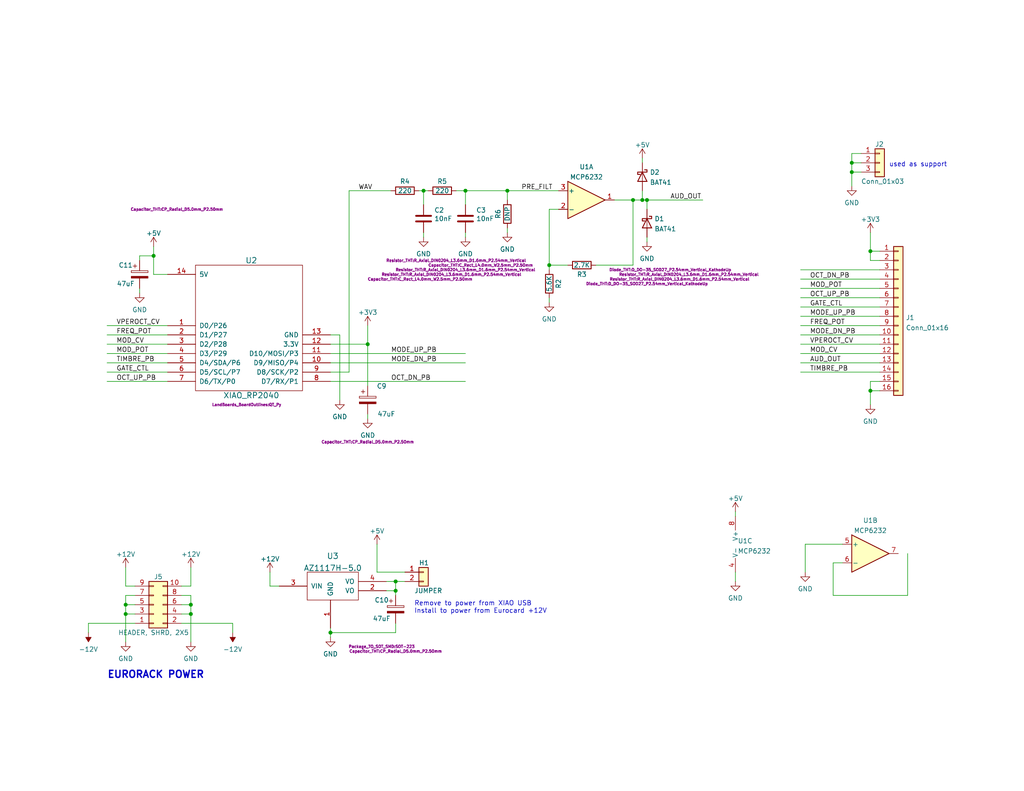
<source format=kicad_sch>
(kicad_sch (version 20211123) (generator eeschema)
  (paper "A")
  (title_block (title "VCO CONTROL LOGIC") (date "2022-10-02") (rev "1") (company "LAND BOARDS LLC") (comment 1 "https://note.com/solder_state/n/nca6a1dec3921"))
  (lib_symbols
    (symbol "Amplifier_Operational:TL072" (pin_names (offset 0.127))
      (property "Reference" "U" (at 0 5.08 0))
      (property "Value" "TL072" (at 0 -5.08 0))
      (symbol "TL072_1_1"
        (polyline (pts (xy -5.08 5.08) (xy 5.08 0) (xy -5.08 -5.08) (xy -5.08 5.08)) (stroke (width 0.254)) (fill (type background)))
        (pin output line (at 7.62 0 180) (length 2.54) (name "~") (number "1"))
        (pin input line (at -7.62 -2.54 0) (length 2.54) (name "-") (number "2"))
        (pin input line (at -7.62 2.54 0) (length 2.54) (name "+") (number "3"))
      )
      (symbol "TL072_2_1"
        (polyline (pts (xy -5.08 5.08) (xy 5.08 0) (xy -5.08 -5.08) (xy -5.08 5.08)) (stroke (width 0.254)) (fill (type background)))
        (pin input line (at -7.62 2.54 0) (length 2.54) (name "+") (number "5"))
        (pin input line (at -7.62 -2.54 0) (length 2.54) (name "-") (number "6"))
        (pin output line (at 7.62 0 180) (length 2.54) (name "~") (number "7"))
      )
      (symbol "TL072_3_1"
        (pin power_in line (at -2.54 -7.62 90) (length 3.81) (name "V-") (number "4"))
        (pin power_in line (at -2.54 7.62 270) (length 3.81) (name "V+") (number "8"))
      )
    )
    (symbol "Connector_Generic:Conn_01x02" (pin_names (offset 1.016) hide)
      (property "Reference" "J" (at 0 2.54 0))
      (property "Value" "Conn_01x02" (at 0 -5.08 0))
      (symbol "Conn_01x02_1_1"
        (rectangle (start -1.27 -2.413) (end 0 -2.667) (stroke (width 0.1524)))
        (rectangle (start -1.27 0.127) (end 0 -0.127) (stroke (width 0.1524)))
        (rectangle (start -1.27 1.27) (end 1.27 -3.81) (stroke (width 0.254)) (fill (type background)))
        (pin passive line (at -5.08 0 0) (length 3.81) (name "Pin_1") (number "1"))
        (pin passive line (at -5.08 -2.54 0) (length 3.81) (name "Pin_2") (number "2"))
      )
    )
    (symbol "Connector_Generic:Conn_01x03" (pin_names (offset 1.016) hide)
      (property "Reference" "J" (at 0 5.08 0))
      (property "Value" "Conn_01x03" (at 0 -5.08 0))
      (symbol "Conn_01x03_1_1"
        (rectangle (start -1.27 -2.413) (end 0 -2.667) (stroke (width 0.1524)))
        (rectangle (start -1.27 0.127) (end 0 -0.127) (stroke (width 0.1524)))
        (rectangle (start -1.27 2.667) (end 0 2.413) (stroke (width 0.1524)))
        (rectangle (start -1.27 3.81) (end 1.27 -3.81) (stroke (width 0.254)) (fill (type background)))
        (pin passive line (at -5.08 2.54 0) (length 3.81) (name "Pin_1") (number "1"))
        (pin passive line (at -5.08 0 0) (length 3.81) (name "Pin_2") (number "2"))
        (pin passive line (at -5.08 -2.54 0) (length 3.81) (name "Pin_3") (number "3"))
      )
    )
    (symbol "Connector_Generic:Conn_01x16" (pin_names (offset 1.016) hide)
      (property "Reference" "J" (at 0 20.32 0))
      (property "Value" "Conn_01x16" (at 0 -22.86 0))
      (symbol "Conn_01x16_1_1"
        (rectangle (start -1.27 -20.193) (end 0 -20.447) (stroke (width 0.1524)))
        (rectangle (start -1.27 -17.653) (end 0 -17.907) (stroke (width 0.1524)))
        (rectangle (start -1.27 -15.113) (end 0 -15.367) (stroke (width 0.1524)))
        (rectangle (start -1.27 -12.573) (end 0 -12.827) (stroke (width 0.1524)))
        (rectangle (start -1.27 -10.033) (end 0 -10.287) (stroke (width 0.1524)))
        (rectangle (start -1.27 -7.493) (end 0 -7.747) (stroke (width 0.1524)))
        (rectangle (start -1.27 -4.953) (end 0 -5.207) (stroke (width 0.1524)))
        (rectangle (start -1.27 -2.413) (end 0 -2.667) (stroke (width 0.1524)))
        (rectangle (start -1.27 0.127) (end 0 -0.127) (stroke (width 0.1524)))
        (rectangle (start -1.27 2.667) (end 0 2.413) (stroke (width 0.1524)))
        (rectangle (start -1.27 5.207) (end 0 4.953) (stroke (width 0.1524)))
        (rectangle (start -1.27 7.747) (end 0 7.493) (stroke (width 0.1524)))
        (rectangle (start -1.27 10.287) (end 0 10.033) (stroke (width 0.1524)))
        (rectangle (start -1.27 12.827) (end 0 12.573) (stroke (width 0.1524)))
        (rectangle (start -1.27 15.367) (end 0 15.113) (stroke (width 0.1524)))
        (rectangle (start -1.27 17.907) (end 0 17.653) (stroke (width 0.1524)))
        (rectangle (start -1.27 19.05) (end 1.27 -21.59) (stroke (width 0.254)) (fill (type background)))
        (pin passive line (at -5.08 17.78 0) (length 3.81) (name "Pin_1") (number "1"))
        (pin passive line (at -5.08 -5.08 0) (length 3.81) (name "Pin_10") (number "10"))
        (pin passive line (at -5.08 -7.62 0) (length 3.81) (name "Pin_11") (number "11"))
        (pin passive line (at -5.08 -10.16 0) (length 3.81) (name "Pin_12") (number "12"))
        (pin passive line (at -5.08 -12.7 0) (length 3.81) (name "Pin_13") (number "13"))
        (pin passive line (at -5.08 -15.24 0) (length 3.81) (name "Pin_14") (number "14"))
        (pin passive line (at -5.08 -17.78 0) (length 3.81) (name "Pin_15") (number "15"))
        (pin passive line (at -5.08 -20.32 0) (length 3.81) (name "Pin_16") (number "16"))
        (pin passive line (at -5.08 15.24 0) (length 3.81) (name "Pin_2") (number "2"))
        (pin passive line (at -5.08 12.7 0) (length 3.81) (name "Pin_3") (number "3"))
        (pin passive line (at -5.08 10.16 0) (length 3.81) (name "Pin_4") (number "4"))
        (pin passive line (at -5.08 7.62 0) (length 3.81) (name "Pin_5") (number "5"))
        (pin passive line (at -5.08 5.08 0) (length 3.81) (name "Pin_6") (number "6"))
        (pin passive line (at -5.08 2.54 0) (length 3.81) (name "Pin_7") (number "7"))
        (pin passive line (at -5.08 0 0) (length 3.81) (name "Pin_8") (number "8"))
        (pin passive line (at -5.08 -2.54 0) (length 3.81) (name "Pin_9") (number "9"))
      )
    )
    (symbol "Connector_Generic:Conn_02x05_Odd_Even" (pin_names (offset 1.016) hide)
      (property "Reference" "J" (at 1.27 7.62 0))
      (property "Value" "Conn_02x05_Odd_Even" (at 1.27 -7.62 0))
      (symbol "Conn_02x05_Odd_Even_1_1"
        (rectangle (start -1.27 -4.953) (end 0 -5.207) (stroke (width 0.1524)))
        (rectangle (start -1.27 -2.413) (end 0 -2.667) (stroke (width 0.1524)))
        (rectangle (start -1.27 0.127) (end 0 -0.127) (stroke (width 0.1524)))
        (rectangle (start -1.27 2.667) (end 0 2.413) (stroke (width 0.1524)))
        (rectangle (start -1.27 5.207) (end 0 4.953) (stroke (width 0.1524)))
        (rectangle (start -1.27 6.35) (end 3.81 -6.35) (stroke (width 0.254)) (fill (type background)))
        (rectangle (start 3.81 -4.953) (end 2.54 -5.207) (stroke (width 0.1524)))
        (rectangle (start 3.81 -2.413) (end 2.54 -2.667) (stroke (width 0.1524)))
        (rectangle (start 3.81 0.127) (end 2.54 -0.127) (stroke (width 0.1524)))
        (rectangle (start 3.81 2.667) (end 2.54 2.413) (stroke (width 0.1524)))
        (rectangle (start 3.81 5.207) (end 2.54 4.953) (stroke (width 0.1524)))
        (pin passive line (at -5.08 5.08 0) (length 3.81) (name "Pin_1") (number "1"))
        (pin passive line (at 7.62 -5.08 180) (length 3.81) (name "Pin_10") (number "10"))
        (pin passive line (at 7.62 5.08 180) (length 3.81) (name "Pin_2") (number "2"))
        (pin passive line (at -5.08 2.54 0) (length 3.81) (name "Pin_3") (number "3"))
        (pin passive line (at 7.62 2.54 180) (length 3.81) (name "Pin_4") (number "4"))
        (pin passive line (at -5.08 0 0) (length 3.81) (name "Pin_5") (number "5"))
        (pin passive line (at 7.62 0 180) (length 3.81) (name "Pin_6") (number "6"))
        (pin passive line (at -5.08 -2.54 0) (length 3.81) (name "Pin_7") (number "7"))
        (pin passive line (at 7.62 -2.54 180) (length 3.81) (name "Pin_8") (number "8"))
        (pin passive line (at -5.08 -5.08 0) (length 3.81) (name "Pin_9") (number "9"))
      )
    )
    (symbol "Device:C" (pin_numbers hide) (pin_names (offset 0.254))
      (property "Reference" "C" (at 0.635 2.54 0))
      (property "Value" "C" (at 0.635 -2.54 0))
      (symbol "C_0_1"
        (polyline (pts (xy -2.032 -0.762) (xy 2.032 -0.762)) (stroke (width 0.508)))
        (polyline (pts (xy -2.032 0.762) (xy 2.032 0.762)) (stroke (width 0.508)))
      )
      (symbol "C_1_1"
        (pin passive line (at 0 3.81 270) (length 2.794) (name "~") (number "1"))
        (pin passive line (at 0 -3.81 90) (length 2.794) (name "~") (number "2"))
      )
    )
    (symbol "Device:C_Polarized" (pin_numbers hide) (pin_names (offset 0.254))
      (property "Reference" "C" (at 0.635 2.54 0))
      (property "Value" "C_Polarized" (at 0.635 -2.54 0))
      (symbol "C_Polarized_0_1"
        (rectangle (start -2.286 0.508) (end 2.286 1.016))
        (polyline (pts (xy -1.778 2.286) (xy -0.762 2.286)))
        (polyline (pts (xy -1.27 2.794) (xy -1.27 1.778)))
        (rectangle (start 2.286 -0.508) (end -2.286 -1.016) (fill (type outline)))
      )
      (symbol "C_Polarized_1_1"
        (pin passive line (at 0 3.81 270) (length 2.794) (name "~") (number "1"))
        (pin passive line (at 0 -3.81 90) (length 2.794) (name "~") (number "2"))
      )
    )
    (symbol "Device:D_Schottky" (pin_numbers hide) (pin_names (offset 1.016) hide)
      (property "Reference" "D" (at 0 2.54 0))
      (property "Value" "D_Schottky" (at 0 -2.54 0))
      (symbol "D_Schottky_0_1"
        (polyline (pts (xy 1.27 0) (xy -1.27 0)))
        (polyline (pts (xy 1.27 1.27) (xy 1.27 -1.27) (xy -1.27 0) (xy 1.27 1.27)) (stroke (width 0.254)))
        (polyline (pts (xy -1.905 0.635) (xy -1.905 1.27) (xy -1.27 1.27) (xy -1.27 -1.27) (xy -0.635 -1.27) (xy -0.635 -0.635)) (stroke (width 0.254)))
      )
      (symbol "D_Schottky_1_1"
        (pin passive line (at -3.81 0 0) (length 2.54) (name "K") (number "1"))
        (pin passive line (at 3.81 0 180) (length 2.54) (name "A") (number "2"))
      )
    )
    (symbol "Device:R" (pin_numbers hide) (pin_names (offset 0))
      (property "Reference" "R" (at 2.032 0 90))
      (property "Value" "R" (at 0 0 90))
      (symbol "R_0_1"
        (rectangle (start -1.016 -2.54) (end 1.016 2.54) (stroke (width 0.254)))
      )
      (symbol "R_1_1"
        (pin passive line (at 0 3.81 270) (length 1.27) (name "~") (number "1"))
        (pin passive line (at 0 -3.81 90) (length 1.27) (name "~") (number "2"))
      )
    )
    (symbol "LandBoards_Cards:XIAO_RP2040" (pin_names (offset 1.016))
      (property "Reference" "BRD" (at 0 25.4 0))
      (property "Value" "XIAO_RP2040" (at 0 -11.43 0))
      (symbol "XIAO_RP2040_0_0"
        (rectangle (start -15.24 24.13) (end 13.97 -10.16))
      )
      (symbol "XIAO_RP2040_1_1"
        (pin bidirectional line (at -22.86 7.62 0) (length 7.62) (name "D0/P26") (number "1"))
        (pin bidirectional line (at 21.59 -2.54 180) (length 7.62) (name "D9/MISO/P4") (number "10"))
        (pin bidirectional line (at 21.59 0 180) (length 7.62) (name "D10/MOSI/P3") (number "11"))
        (pin power_out line (at 21.59 2.54 180) (length 7.62) (name "3.3V") (number "12"))
        (pin power_in line (at 21.59 5.08 180) (length 7.62) (name "GND") (number "13"))
        (pin power_in line (at -22.86 21.59 0) (length 7.62) (name "5V") (number "14"))
        (pin bidirectional line (at -22.86 5.08 0) (length 7.62) (name "D1/P27") (number "2"))
        (pin bidirectional line (at -22.86 2.54 0) (length 7.62) (name "D2/P28") (number "3"))
        (pin bidirectional line (at -22.86 0 0) (length 7.62) (name "D3/P29") (number "4"))
        (pin bidirectional line (at -22.86 -2.54 0) (length 7.62) (name "D4/SDA/P6") (number "5"))
        (pin bidirectional line (at -22.86 -5.08 0) (length 7.62) (name "D5/SCL/P7") (number "6"))
        (pin bidirectional line (at -22.86 -7.62 0) (length 7.62) (name "D6/TX/P0") (number "7"))
        (pin bidirectional line (at 21.59 -7.62 180) (length 7.62) (name "D7/RX/P1") (number "8"))
        (pin bidirectional line (at 21.59 -5.08 180) (length 7.62) (name "D8/SCK/P2") (number "9"))
      )
    )
    (symbol "LandBoards_Semis:AP1117" (pin_names (offset 1.016))
      (property "Reference" "U" (at 2.54 3.81 0))
      (property "Value" "AP1117" (at 6.35 -6.35 0))
      (symbol "AP1117_0_1"
        (polyline (pts (xy -8.89 -5.08) (xy -8.89 2.54) (xy 5.08 2.54) (xy 5.08 -5.08) (xy -8.89 -5.08)))
      )
      (symbol "AP1117_1_1"
        (pin power_in line (at -2.54 -12.7 90) (length 7.62) (name "GND") (number "1"))
        (pin passive line (at 12.7 -2.54 180) (length 7.62) (name "VO") (number "2"))
        (pin power_in line (at -16.51 -1.27 0) (length 7.62) (name "VIN") (number "3"))
        (pin power_out line (at 12.7 0 180) (length 7.62) (name "VO") (number "4"))
      )
    )
    (symbol "power:+12V" (power) (pin_names (offset 0))
      (property "Value" "+12V" (at 0 3.556 0))
      (symbol "+12V_0_1"
        (polyline (pts (xy -0.762 1.27) (xy 0 2.54)))
        (polyline (pts (xy 0 0) (xy 0 2.54)))
        (polyline (pts (xy 0 2.54) (xy 0.762 1.27)))
      )
      (symbol "+12V_1_1"
        (pin power_in line (at 0 0 90) (length 0) hide (name "+12V") (number "1"))
      )
    )
    (symbol "power:+3.3V" (power) (pin_names (offset 0))
      (property "Value" "+3.3V" (at 0 3.556 0))
      (symbol "+3.3V_0_1"
        (polyline (pts (xy -0.762 1.27) (xy 0 2.54)))
        (polyline (pts (xy 0 0) (xy 0 2.54)))
        (polyline (pts (xy 0 2.54) (xy 0.762 1.27)))
      )
      (symbol "+3.3V_1_1"
        (pin power_in line (at 0 0 90) (length 0) hide (name "+3V3") (number "1"))
      )
    )
    (symbol "power:+5V" (power) (pin_names (offset 0))
      (property "Value" "+5V" (at 0 3.556 0))
      (symbol "+5V_0_1"
        (polyline (pts (xy -0.762 1.27) (xy 0 2.54)))
        (polyline (pts (xy 0 0) (xy 0 2.54)))
        (polyline (pts (xy 0 2.54) (xy 0.762 1.27)))
      )
      (symbol "+5V_1_1"
        (pin power_in line (at 0 0 90) (length 0) hide (name "+5V") (number "1"))
      )
    )
    (symbol "power:-12V" (power) (pin_names (offset 0))
      (property "Value" "-12V" (at 0 3.81 0))
      (symbol "-12V_0_0"
        (pin power_in line (at 0 0 90) (length 0) hide (name "-12V") (number "1"))
      )
      (symbol "-12V_0_1"
        (polyline (pts (xy 0 0) (xy 0 1.27) (xy 0.762 1.27) (xy 0 2.54) (xy -0.762 1.27) (xy 0 1.27)) (fill (type outline)))
      )
    )
    (symbol "power:GND" (power) (pin_names (offset 0))
      (property "Value" "GND" (at 0 -3.81 0))
      (symbol "GND_0_1"
        (polyline (pts (xy 0 0) (xy 0 -1.27) (xy 1.27 -1.27) (xy 0 -2.54) (xy -1.27 -1.27) (xy 0 -1.27)))
      )
      (symbol "GND_1_1"
        (pin power_in line (at 0 0 270) (length 0) hide (name "GND") (number "1"))
      )
    )
  )
  (junction (at 34.29 165.1))
  (junction (at 100.33 93.98))
  (junction (at 232.41 46.99))
  (junction (at 127 52.07))
  (junction (at 232.41 44.45))
  (junction (at 90.17 172.72))
  (junction (at 34.29 167.64))
  (junction (at 138.43 52.07))
  (junction (at 52.07 167.64))
  (junction (at 52.07 165.1))
  (junction (at 41.91 69.85))
  (junction (at 115.57 52.07))
  (junction (at 149.86 72.39))
  (junction (at 172.72 54.61))
  (junction (at 107.95 161.29))
  (junction (at 107.95 158.75))
  (junction (at 175.26 54.61))
  (junction (at 237.49 68.58))
  (junction (at 176.53 54.61))
  (junction (at 237.49 106.68))
  (wire (pts (xy 232.41 41.91) (xy 234.95 41.91)))
  (wire (pts (xy 229.87 148.59) (xy 219.71 148.59)))
  (wire (pts (xy 218.44 88.9) (xy 240.03 88.9)))
  (wire (pts (xy 105.41 158.75) (xy 107.95 158.75)))
  (wire (pts (xy 176.53 54.61) (xy 191.77 54.61)))
  (wire (pts (xy 90.17 93.98) (xy 100.33 93.98)))
  (wire (pts (xy 232.41 44.45) (xy 232.41 41.91)))
  (wire (pts (xy 105.41 161.29) (xy 107.95 161.29)))
  (wire (pts (xy 36.83 170.18) (xy 24.13 170.18)))
  (wire (pts (xy 200.66 156.21) (xy 200.66 158.75)))
  (wire (pts (xy 175.26 43.18) (xy 175.26 44.45)))
  (wire (pts (xy 29.21 93.98) (xy 45.72 93.98)))
  (wire (pts (xy 24.13 170.18) (xy 24.13 172.72)))
  (wire (pts (xy 227.33 153.67) (xy 227.33 162.56)))
  (wire (pts (xy 90.17 172.72) (xy 107.95 172.72)))
  (wire (pts (xy 38.1 80.01) (xy 38.1 78.74)))
  (wire (pts (xy 218.44 76.2) (xy 240.03 76.2)))
  (wire (pts (xy 218.44 93.98) (xy 240.03 93.98)))
  (wire (pts (xy 218.44 96.52) (xy 240.03 96.52)))
  (wire (pts (xy 240.03 71.12) (xy 237.49 71.12)))
  (wire (pts (xy 90.17 101.6) (xy 95.25 101.6)))
  (wire (pts (xy 115.57 52.07) (xy 115.57 55.88)))
  (wire (pts (xy 52.07 162.56) (xy 52.07 165.1)))
  (wire (pts (xy 116.84 52.07) (xy 115.57 52.07)))
  (wire (pts (xy 73.66 160.02) (xy 76.2 160.02)))
  (wire (pts (xy 29.21 104.14) (xy 45.72 104.14)))
  (wire (pts (xy 138.43 62.23) (xy 138.43 63.5)))
  (wire (pts (xy 49.53 165.1) (xy 52.07 165.1)))
  (wire (pts (xy 102.87 156.21) (xy 102.87 148.59)))
  (wire (pts (xy 218.44 78.74) (xy 240.03 78.74)))
  (wire (pts (xy 41.91 74.93) (xy 41.91 69.85)))
  (wire (pts (xy 229.87 153.67) (xy 227.33 153.67)))
  (wire (pts (xy 41.91 69.85) (xy 41.91 67.31)))
  (wire (pts (xy 172.72 54.61) (xy 175.26 54.61)))
  (wire (pts (xy 95.25 52.07) (xy 106.68 52.07)))
  (wire (pts (xy 219.71 148.59) (xy 219.71 156.21)))
  (wire (pts (xy 90.17 104.14) (xy 127 104.14)))
  (wire (pts (xy 90.17 172.72) (xy 90.17 173.99)))
  (wire (pts (xy 41.91 74.93) (xy 45.72 74.93)))
  (wire (pts (xy 237.49 110.49) (xy 237.49 106.68)))
  (wire (pts (xy 115.57 64.77) (xy 115.57 63.5)))
  (wire (pts (xy 90.17 96.52) (xy 127 96.52)))
  (wire (pts (xy 162.56 72.39) (xy 172.72 72.39)))
  (wire (pts (xy 95.25 52.07) (xy 95.25 101.6)))
  (wire (pts (xy 127 64.77) (xy 127 63.5)))
  (wire (pts (xy 124.46 52.07) (xy 127 52.07)))
  (wire (pts (xy 36.83 160.02) (xy 34.29 160.02)))
  (wire (pts (xy 29.21 99.06) (xy 45.72 99.06)))
  (wire (pts (xy 138.43 52.07) (xy 138.43 54.61)))
  (wire (pts (xy 90.17 99.06) (xy 127 99.06)))
  (wire (pts (xy 107.95 161.29) (xy 107.95 162.56)))
  (wire (pts (xy 49.53 170.18) (xy 63.5 170.18)))
  (wire (pts (xy 29.21 101.6) (xy 45.72 101.6)))
  (wire (pts (xy 41.91 69.85) (xy 38.1 69.85)))
  (wire (pts (xy 176.53 54.61) (xy 176.53 57.15)))
  (wire (pts (xy 149.86 57.15) (xy 152.4 57.15)))
  (wire (pts (xy 218.44 91.44) (xy 240.03 91.44)))
  (wire (pts (xy 227.33 162.56) (xy 247.65 162.56)))
  (wire (pts (xy 149.86 72.39) (xy 149.86 73.66)))
  (wire (pts (xy 167.64 54.61) (xy 172.72 54.61)))
  (wire (pts (xy 237.49 71.12) (xy 237.49 68.58)))
  (wire (pts (xy 172.72 72.39) (xy 172.72 54.61)))
  (wire (pts (xy 34.29 162.56) (xy 34.29 165.1)))
  (wire (pts (xy 29.21 91.44) (xy 45.72 91.44)))
  (wire (pts (xy 149.86 81.28) (xy 149.86 82.55)))
  (wire (pts (xy 34.29 167.64) (xy 34.29 175.26)))
  (wire (pts (xy 90.17 91.44) (xy 92.71 91.44)))
  (wire (pts (xy 138.43 52.07) (xy 152.4 52.07)))
  (wire (pts (xy 237.49 68.58) (xy 237.49 63.5)))
  (wire (pts (xy 232.41 50.8) (xy 232.41 46.99)))
  (wire (pts (xy 49.53 160.02) (xy 52.07 160.02)))
  (wire (pts (xy 115.57 52.07) (xy 114.3 52.07)))
  (wire (pts (xy 200.66 139.7) (xy 200.66 140.97)))
  (wire (pts (xy 100.33 114.3) (xy 100.33 113.03)))
  (wire (pts (xy 73.66 156.21) (xy 73.66 160.02)))
  (wire (pts (xy 127 52.07) (xy 138.43 52.07)))
  (wire (pts (xy 175.26 54.61) (xy 176.53 54.61)))
  (wire (pts (xy 110.49 156.21) (xy 102.87 156.21)))
  (wire (pts (xy 232.41 46.99) (xy 234.95 46.99)))
  (wire (pts (xy 49.53 167.64) (xy 52.07 167.64)))
  (wire (pts (xy 36.83 162.56) (xy 34.29 162.56)))
  (wire (pts (xy 218.44 73.66) (xy 240.03 73.66)))
  (wire (pts (xy 34.29 154.94) (xy 34.29 160.02)))
  (wire (pts (xy 218.44 99.06) (xy 240.03 99.06)))
  (wire (pts (xy 38.1 69.85) (xy 38.1 71.12)))
  (wire (pts (xy 218.44 83.82) (xy 240.03 83.82)))
  (wire (pts (xy 90.17 171.45) (xy 90.17 172.72)))
  (wire (pts (xy 232.41 44.45) (xy 234.95 44.45)))
  (wire (pts (xy 237.49 106.68) (xy 237.49 104.14)))
  (wire (pts (xy 237.49 104.14) (xy 240.03 104.14)))
  (wire (pts (xy 237.49 68.58) (xy 240.03 68.58)))
  (wire (pts (xy 107.95 172.72) (xy 107.95 170.18)))
  (wire (pts (xy 237.49 106.68) (xy 240.03 106.68)))
  (wire (pts (xy 107.95 158.75) (xy 110.49 158.75)))
  (wire (pts (xy 176.53 66.04) (xy 176.53 64.77)))
  (wire (pts (xy 247.65 162.56) (xy 247.65 151.13)))
  (wire (pts (xy 52.07 167.64) (xy 52.07 175.26)))
  (wire (pts (xy 218.44 86.36) (xy 240.03 86.36)))
  (wire (pts (xy 107.95 161.29) (xy 107.95 158.75)))
  (wire (pts (xy 52.07 154.94) (xy 52.07 160.02)))
  (wire (pts (xy 34.29 165.1) (xy 34.29 167.64)))
  (wire (pts (xy 218.44 81.28) (xy 240.03 81.28)))
  (wire (pts (xy 100.33 88.9) (xy 100.33 93.98)))
  (wire (pts (xy 52.07 165.1) (xy 52.07 167.64)))
  (wire (pts (xy 218.44 101.6) (xy 240.03 101.6)))
  (wire (pts (xy 63.5 170.18) (xy 63.5 172.72)))
  (wire (pts (xy 34.29 167.64) (xy 36.83 167.64)))
  (wire (pts (xy 92.71 91.44) (xy 92.71 109.22)))
  (wire (pts (xy 232.41 46.99) (xy 232.41 44.45)))
  (wire (pts (xy 127 52.07) (xy 127 55.88)))
  (wire (pts (xy 149.86 72.39) (xy 149.86 57.15)))
  (wire (pts (xy 34.29 165.1) (xy 36.83 165.1)))
  (wire (pts (xy 49.53 162.56) (xy 52.07 162.56)))
  (wire (pts (xy 154.94 72.39) (xy 149.86 72.39)))
  (wire (pts (xy 100.33 105.41) (xy 100.33 93.98)))
  (wire (pts (xy 175.26 52.07) (xy 175.26 54.61)))
  (wire (pts (xy 29.21 96.52) (xy 45.72 96.52)))
  (wire (pts (xy 29.21 88.9) (xy 45.72 88.9)))
  (text "used as support" (at 242.57 45.72 0) (effects (font (size 1.27 1.27)) (justify left bottom)))
  (text "EURORACK POWER" (at 29.21 185.42 0) (effects (font (size 1.905 1.905) (thickness 0.381) bold) (justify left bottom)))
  (text "Remove to power from XIAO USB\nInstall to power from Eurocard +12V" (at 113.03 167.64 0) (effects (font (size 1.27 1.27)) (justify left bottom)))
  (label "OCT_DN_PB" (at 106.68 104.14 0))
  (label "MODE_DN_PB" (at 106.68 99.06 0))
  (label "FREQ_POT" (at 220.98 88.9 0))
  (label "GATE_CTL" (at 31.75 101.6 0))
  (label "MODE_DN_PB" (at 220.98 91.44 0))
  (label "MOD_POT" (at 220.98 78.74 0))
  (label "MOD_CV" (at 31.75 93.98 0))
  (label "VPEROCT_CV" (at 220.98 93.98 0))
  (label "FREQ_POT" (at 31.75 91.44 0))
  (label "TIMBRE_PB" (at 220.98 101.6 0))
  (label "MOD_POT" (at 31.75 96.52 0))
  (label "TIMBRE_PB" (at 31.75 99.06 0))
  (label "OCT_UP_PB" (at 220.98 81.28 0))
  (label "MODE_UP_PB" (at 220.98 86.36 0))
  (label "WAV" (at 97.79 52.07 0))
  (label "AUD_OUT" (at 220.98 99.06 0))
  (label "VPEROCT_CV" (at 31.75 88.9 0))
  (label "OCT_DN_PB" (at 220.98 76.2 0))
  (label "AUD_OUT" (at 182.88 54.61 0))
  (label "MODE_UP_PB" (at 106.68 96.52 0))
  (label "MOD_CV" (at 220.98 96.52 0))
  (label "PRE_FILT" (at 142.24 52.07 0))
  (label "GATE_CTL" (at 220.98 83.82 0))
  (label "OCT_UP_PB" (at 31.75 104.14 0))
  (symbol (lib_id "power:GND") (at 92.71 109.22 0) (unit 1)
    (property "Reference" "#PWR0105" (effects hide))
    (property "Value" "GND" (at 92.71 113.7825 0))
  )
  (symbol (lib_id "Device:C_Polarized") (at 107.95 166.37 0) (unit 1)
    (property "Reference" "C10" (at 104.14 163.83 0))
    (property "Value" "47uF" (at 104.14 168.91 0))
    (property "Footprint" "Capacitor_THT:CP_Radial_D5.0mm_P2.50mm" (at 107.95 177.8 0) (effects (font (size 0.762 0.762))))
  )
  (symbol (lib_id "Device:R") (at 120.65 52.07 90) (unit 1)
    (property "Reference" "R5" (at 120.65 49.53 90))
    (property "Value" "220" (at 120.65 52.07 90))
    (property "Footprint" "Resistor_THT:R_Axial_DIN0204_L3.6mm_D1.6mm_P2.54mm_Vertical" (at 127 73.66 90) (effects (font (size 0.762 0.762))))
  )
  (symbol (lib_id "power:GND") (at 90.17 173.99 0) (unit 1)
    (property "Reference" "#PWR0135" (effects hide))
    (property "Value" "GND" (at 90.17 178.5525 0))
  )
  (symbol (lib_id "Device:C_Polarized") (at 38.1 74.93 0) (unit 1)
    (property "Reference" "C11" (at 34.29 72.39 0))
    (property "Value" "47uF" (at 34.29 77.47 0))
    (property "Footprint" "Capacitor_THT:CP_Radial_D5.0mm_P2.50mm" (at 48.26 57.15 0) (effects (font (size 0.762 0.762))))
  )
  (symbol (lib_id "power:+5V") (at 102.87 148.59 0) (unit 1)
    (property "Reference" "#PWR0134" (effects hide))
    (property "Value" "+5V" (at 102.87 144.9855 0))
  )
  (symbol (lib_id "power:+12V") (at 52.07 154.94 0) (unit 1)
    (property "Reference" "#PWR0137" (effects hide))
    (property "Value" "+12V" (at 52.07 151.3355 0))
  )
  (symbol (lib_id "power:GND") (at 237.49 110.49 0) (unit 1)
    (property "Reference" "#PWR0102" (effects hide))
    (property "Value" "GND" (at 237.49 115.0525 0))
  )
  (symbol (lib_id "Amplifier_Operational:TL072") (at 237.49 151.13 0) (unit 2)
    (property "Reference" "U1" (at 237.49 142.0835 0))
    (property "Value" "MCP6232" (at 237.49 144.8586 0))
    (property "Footprint" "Package_DIP:DIP-8_W7.62mm" (effects hide))
  )
  (symbol (lib_id "Device:D_Schottky") (at 176.53 60.96 270) (unit 1)
    (property "Reference" "D1" (at 178.562 59.734 90) (effects (justify left)))
    (property "Value" "BAT41" (at 178.562 62.5091 90) (effects (justify left)))
    (property "Footprint" "Diode_THT:D_DO-35_SOD27_P2.54mm_Vertical_KathodeUp" (at 176.53 77.47 90) (effects (font (size 0.762 0.762))))
  )
  (symbol (lib_id "LandBoards_Semis:AP1117") (at 92.71 158.75 0) (unit 1)
    (property "Reference" "U3" (at 90.805 151.8061 0) (effects (font (size 1.524 1.524))))
    (property "Value" "AZ1117H-5.0" (at 90.805 155.0851 0) (effects (font (size 1.524 1.524))))
    (property "Footprint" "Package_TO_SOT_SMD:SOT-223" (at 104.14 176.53 0) (effects (font (size 0.762 0.762))))
  )
  (symbol (lib_id "Device:R") (at 158.75 72.39 90) (unit 1)
    (property "Reference" "R3" (at 158.75 74.93 90))
    (property "Value" "2.7K" (at 158.75 72.39 90))
    (property "Footprint" "Resistor_THT:R_Axial_DIN0204_L3.6mm_D1.6mm_P2.54mm_Vertical" (at 185.42 76.2 90) (effects (font (size 0.762 0.762))))
  )
  (symbol (lib_id "power:GND") (at 232.41 50.8 0) (unit 1)
    (property "Reference" "#PWR0103" (effects hide))
    (property "Value" "GND" (at 232.41 55.3625 0))
  )
  (symbol (lib_id "Connector_Generic:Conn_01x02") (at 115.57 156.21 0) (unit 1)
    (property "Reference" "H1" (at 114.3 153.67 0) (effects (justify left)))
    (property "Value" "JUMPER" (at 113.03 161.29 0) (effects (justify left)))
    (property "Footprint" "Connector_PinHeader_2.54mm:PinHeader_1x02_P2.54mm_Vertical" (effects hide))
  )
  (symbol (lib_id "power:GND") (at 127 64.77 0) (unit 1)
    (property "Reference" "#PWR0115" (effects hide))
    (property "Value" "GND" (at 127 69.3325 0))
  )
  (symbol (lib_id "Device:R") (at 110.49 52.07 90) (unit 1)
    (property "Reference" "R4" (at 110.49 49.53 90))
    (property "Value" "220" (at 110.49 52.07 90))
    (property "Footprint" "Resistor_THT:R_Axial_DIN0204_L3.6mm_D1.6mm_P2.54mm_Vertical" (at 124.46 71.12 90) (effects (font (size 0.762 0.762))))
  )
  (symbol (lib_id "Connector_Generic:Conn_01x03") (at 240.03 44.45 0) (unit 1)
    (property "Reference" "J2" (at 238.76 39.37 0) (effects (justify left)))
    (property "Value" "Conn_01x03" (at 234.95 49.53 0) (effects (justify left)))
    (property "Footprint" "Connector_PinHeader_2.54mm:PinHeader_1x03_P2.54mm_Vertical" (effects hide))
  )
  (symbol (lib_id "power:+5V") (at 41.91 67.31 0) (unit 1)
    (property "Reference" "#PWR0118" (effects hide))
    (property "Value" "+5V" (at 41.91 63.7055 0))
  )
  (symbol (lib_id "Device:R") (at 149.86 77.47 180) (unit 1)
    (property "Reference" "R2" (at 152.4 77.47 90))
    (property "Value" "5.6K" (at 149.86 77.47 90))
    (property "Footprint" "Resistor_THT:R_Axial_DIN0204_L3.6mm_D1.6mm_P2.54mm_Vertical" (at 187.96 74.93 0) (effects (font (size 0.762 0.762))))
  )
  (symbol (lib_id "power:+3.3V") (at 237.49 63.5 0) (unit 1)
    (property "Reference" "#PWR0101" (effects hide))
    (property "Value" "+3.3V" (at 237.49 59.8955 0))
  )
  (symbol (lib_id "power:GND") (at 138.43 63.5 0) (unit 1)
    (property "Reference" "#PWR0126" (effects hide))
    (property "Value" "GND" (at 138.43 68.0625 0))
  )
  (symbol (lib_id "power:GND") (at 34.29 175.26 0) (unit 1)
    (property "Reference" "#PWR0142" (effects hide))
    (property "Value" "GND" (at 34.29 179.8225 0))
  )
  (symbol (lib_id "Device:C_Polarized") (at 100.33 109.22 0) (unit 1)
    (property "Reference" "C9" (at 104.14 105.41 0))
    (property "Value" "47uF" (at 105.41 113.03 0))
    (property "Footprint" "Capacitor_THT:CP_Radial_D5.0mm_P2.50mm" (at 100.33 120.65 0) (effects (font (size 0.762 0.762))))
  )
  (symbol (lib_id "power:-12V") (at 24.13 172.72 180) (unit 1)
    (property "Reference" "#PWR0140" (effects hide))
    (property "Value" "-12V" (at 24.13 177.2825 0))
  )
  (symbol (lib_id "power:GND") (at 100.33 114.3 0) (unit 1)
    (property "Reference" "#PWR0104" (effects hide))
    (property "Value" "GND" (at 100.33 118.8625 0))
  )
  (symbol (lib_id "power:GND") (at 176.53 66.04 0) (unit 1)
    (property "Reference" "#PWR0120" (effects hide))
    (property "Value" "GND" (at 176.53 70.6025 0))
  )
  (symbol (lib_id "power:GND") (at 52.07 175.26 0) (unit 1)
    (property "Reference" "#PWR0138" (effects hide))
    (property "Value" "GND" (at 52.07 179.8225 0))
  )
  (symbol (lib_id "Connector_Generic:Conn_02x05_Odd_Even") (at 41.91 165.1 0) (mirror x) (unit 1)
    (property "Reference" "J5" (at 43.18 157.48 0))
    (property "Value" "HEADER, SHRD, 2X5" (at 41.91 172.72 0))
    (property "Footprint" "Connector_IDC:IDC-Header_2x05_P2.54mm_Vertical" (effects hide))
    (property "Datasheet" "https://store.synthrotek.com/10-Pin_Keyed_Shrouded_Eurorack_Power_Header" (effects hide))
  )
  (symbol (lib_id "power:GND") (at 38.1 80.01 0) (unit 1)
    (property "Reference" "#PWR0119" (effects hide))
    (property "Value" "GND" (at 38.1 84.5725 0))
  )
  (symbol (lib_id "Device:C") (at 115.57 59.69 0) (unit 1)
    (property "Reference" "C2" (at 118.491 57.3786 0) (effects (justify left)))
    (property "Value" "10nF" (at 118.491 59.69 0) (effects (justify left)))
    (property "Footprint" "Capacitor_THT:C_Rect_L4.0mm_W2.5mm_P2.50mm" (at 100.33 76.2 0) (effects (font (size 0.762 0.762)) (justify left)))
  )
  (symbol (lib_id "Amplifier_Operational:TL072") (at 203.2 148.59 0) (unit 3)
    (property "Reference" "U1" (at 201.295 147.6815 0) (effects (justify left)))
    (property "Value" "MCP6232" (at 201.295 150.4566 0) (effects (justify left)))
    (property "Footprint" "Package_DIP:DIP-8_W7.62mm" (effects hide))
  )
  (symbol (lib_id "power:+5V") (at 175.26 43.18 0) (unit 1)
    (property "Reference" "#PWR0117" (effects hide))
    (property "Value" "+5V" (at 175.26 39.5755 0))
  )
  (symbol (lib_id "power:GND") (at 200.66 158.75 0) (unit 1)
    (property "Reference" "#PWR0121" (effects hide))
    (property "Value" "GND" (at 200.66 163.3125 0))
  )
  (symbol (lib_id "power:+12V") (at 73.66 156.21 0) (unit 1)
    (property "Reference" "#PWR0133" (effects hide))
    (property "Value" "+12V" (at 73.66 152.6055 0))
  )
  (symbol (lib_id "power:+3.3V") (at 100.33 88.9 0) (unit 1)
    (property "Reference" "#PWR0123" (effects hide))
    (property "Value" "+3.3V" (at 100.33 85.2955 0))
  )
  (symbol (lib_id "power:GND") (at 149.86 82.55 0) (unit 1)
    (property "Reference" "#PWR0122" (effects hide))
    (property "Value" "GND" (at 149.86 87.1125 0))
  )
  (symbol (lib_id "power:GND") (at 115.57 64.77 0) (unit 1)
    (property "Reference" "#PWR0113" (effects hide))
    (property "Value" "GND" (at 115.57 69.3325 0))
  )
  (symbol (lib_id "power:+5V") (at 200.66 139.7 0) (unit 1)
    (property "Reference" "#PWR0116" (effects hide))
    (property "Value" "+5V" (at 200.66 136.0955 0))
  )
  (symbol (lib_id "power:-12V") (at 63.5 172.72 180) (unit 1)
    (property "Reference" "#PWR0139" (effects hide))
    (property "Value" "-12V" (at 63.5 177.2825 0))
  )
  (symbol (lib_id "Amplifier_Operational:TL072") (at 160.02 54.61 0) (unit 1)
    (property "Reference" "U1" (at 160.02 45.5635 0))
    (property "Value" "MCP6232" (at 160.02 48.3386 0))
    (property "Footprint" "Package_DIP:DIP-8_W7.62mm" (effects hide))
  )
  (symbol (lib_id "LandBoards_Cards:XIAO_RP2040") (at 68.58 96.52 0) (unit 1)
    (property "Reference" "U2" (at 68.58 71.12 0) (effects (font (size 1.524 1.524))))
    (property "Value" "XIAO_RP2040" (at 68.58 107.95 0) (effects (font (size 1.524 1.524))))
    (property "Footprint" "LandBoards_BoardOutlines:QT_Py" (at 67.31 110.49 0) (effects (font (size 0.762 0.762))))
  )
  (symbol (lib_id "power:GND") (at 219.71 156.21 0) (unit 1)
    (property "Reference" "#PWR0124" (effects hide))
    (property "Value" "GND" (at 219.71 160.7725 0))
  )
  (symbol (lib_id "Connector_Generic:Conn_01x16") (at 245.11 86.36 0) (unit 1)
    (property "Reference" "J1" (at 247.142 86.7215 0) (effects (justify left)))
    (property "Value" "Conn_01x16" (at 247.142 89.4966 0) (effects (justify left)))
    (property "Footprint" "Connector_PinHeader_2.54mm:PinHeader_2x08_P2.54mm_Vertical" (effects hide))
  )
  (symbol (lib_id "Device:D_Schottky") (at 175.26 48.26 270) (unit 1)
    (property "Reference" "D2" (at 177.292 47.034 90) (effects (justify left)))
    (property "Value" "BAT41" (at 177.292 49.8091 90) (effects (justify left)))
    (property "Footprint" "Diode_THT:D_DO-35_SOD27_P2.54mm_Vertical_KathodeUp" (at 182.88 73.66 90) (effects (font (size 0.762 0.762))))
  )
  (symbol (lib_id "power:+12V") (at 34.29 154.94 0) (unit 1)
    (property "Reference" "#PWR0141" (effects hide))
    (property "Value" "+12V" (at 34.29 151.3355 0))
  )
  (symbol (lib_id "Device:C") (at 127 59.69 0) (unit 1)
    (property "Reference" "C3" (at 129.921 57.3786 0) (effects (justify left)))
    (property "Value" "10nF" (at 129.921 59.69 0) (effects (justify left)))
    (property "Footprint" "Capacitor_THT:C_Rect_L4.0mm_W2.5mm_P2.50mm" (at 116.84 72.39 0) (effects (font (size 0.762 0.762)) (justify left)))
  )
  (symbol (lib_id "Device:R") (at 138.43 58.42 0) (unit 1)
    (property "Reference" "R6" (at 135.89 58.42 90))
    (property "Value" "DNP" (at 138.43 58.42 90))
    (property "Footprint" "Resistor_THT:R_Axial_DIN0204_L3.6mm_D1.6mm_P2.54mm_Vertical" (at 123.19 74.93 0) (effects (font (size 0.762 0.762))))
  )
)
</source>
